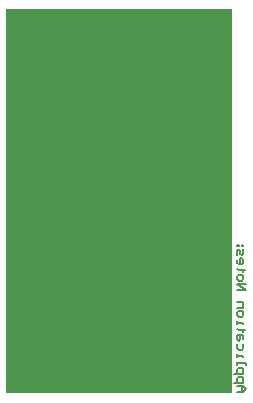
<source format=gbo>
G04*
G04 #@! TF.GenerationSoftware,Altium Limited,Altium Designer,21.3.2 (30)*
G04*
G04 Layer_Color=8421504*
%FSLAX25Y25*%
%MOIN*%
G70*
G04*
G04 #@! TF.SameCoordinates,41522B4C-5660-4B3E-BEA4-8D9A01AACCA4*
G04*
G04*
G04 #@! TF.FilePolarity,Positive*
G04*
G01*
G75*
%ADD15C,0.00500*%
%ADD93R,0.75500X1.28000*%
D15*
X371000Y60500D02*
X372999D01*
X373999Y61500D01*
X372999Y62499D01*
X371000D01*
X372499D01*
Y60500D01*
X370000Y63499D02*
X372999D01*
Y64999D01*
X372499Y65498D01*
X371499D01*
X371000Y64999D01*
Y63499D01*
X370000Y66498D02*
X372999D01*
Y67998D01*
X372499Y68497D01*
X371499D01*
X371000Y67998D01*
Y66498D01*
Y69497D02*
Y70497D01*
Y69997D01*
X373999D01*
Y69497D01*
X371000Y71996D02*
Y72996D01*
Y72496D01*
X372999D01*
Y71996D01*
Y76495D02*
Y74995D01*
X372499Y74496D01*
X371499D01*
X371000Y74995D01*
Y76495D01*
X372999Y77994D02*
Y78994D01*
X372499Y79494D01*
X371000D01*
Y77994D01*
X371499Y77495D01*
X371999Y77994D01*
Y79494D01*
X373499Y80993D02*
X372999D01*
Y80493D01*
Y81493D01*
Y80993D01*
X371499D01*
X371000Y81493D01*
Y82993D02*
Y83992D01*
Y83493D01*
X372999D01*
Y82993D01*
X371000Y85992D02*
Y86991D01*
X371499Y87491D01*
X372499D01*
X372999Y86991D01*
Y85992D01*
X372499Y85492D01*
X371499D01*
X371000Y85992D01*
Y88491D02*
X372999D01*
Y89991D01*
X372499Y90490D01*
X371000D01*
Y94489D02*
X373999D01*
X371000Y96488D01*
X373999D01*
X371000Y97988D02*
Y98988D01*
X371499Y99487D01*
X372499D01*
X372999Y98988D01*
Y97988D01*
X372499Y97488D01*
X371499D01*
X371000Y97988D01*
X373499Y100987D02*
X372999D01*
Y100487D01*
Y101487D01*
Y100987D01*
X371499D01*
X371000Y101487D01*
Y104486D02*
Y103486D01*
X371499Y102986D01*
X372499D01*
X372999Y103486D01*
Y104486D01*
X372499Y104986D01*
X371999D01*
Y102986D01*
X371000Y105985D02*
Y107485D01*
X371499Y107985D01*
X371999Y107485D01*
Y106485D01*
X372499Y105985D01*
X372999Y106485D01*
Y107985D01*
Y108984D02*
Y109484D01*
X372499D01*
Y108984D01*
X372999D01*
X371499D02*
Y109484D01*
X371000D01*
Y108984D01*
X371499D01*
D93*
X331750Y124000D02*
D03*
M02*

</source>
